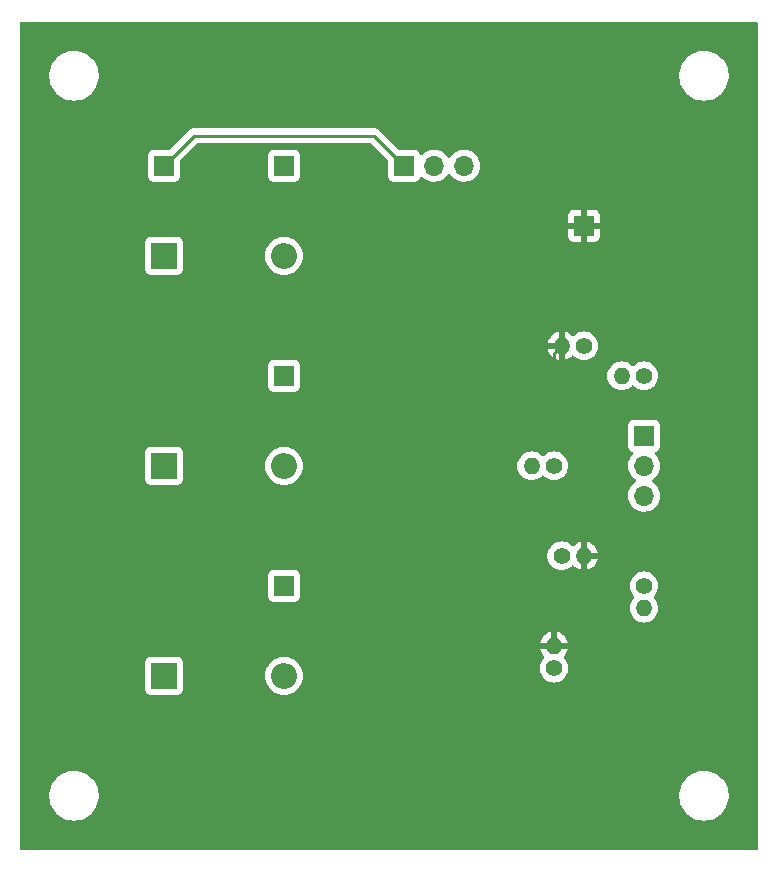
<source format=gbr>
%TF.GenerationSoftware,KiCad,Pcbnew,(6.0.1-0)*%
%TF.CreationDate,2022-02-23T15:31:50-05:00*%
%TF.ProjectId,PCB - Controls,50434220-2d20-4436-9f6e-74726f6c732e,rev?*%
%TF.SameCoordinates,Original*%
%TF.FileFunction,Copper,L2,Bot*%
%TF.FilePolarity,Positive*%
%FSLAX46Y46*%
G04 Gerber Fmt 4.6, Leading zero omitted, Abs format (unit mm)*
G04 Created by KiCad (PCBNEW (6.0.1-0)) date 2022-02-23 15:31:50*
%MOMM*%
%LPD*%
G01*
G04 APERTURE LIST*
%TA.AperFunction,ComponentPad*%
%ADD10C,1.400000*%
%TD*%
%TA.AperFunction,ComponentPad*%
%ADD11O,1.400000X1.400000*%
%TD*%
%TA.AperFunction,ComponentPad*%
%ADD12R,1.700000X1.700000*%
%TD*%
%TA.AperFunction,ComponentPad*%
%ADD13O,1.700000X1.700000*%
%TD*%
%TA.AperFunction,ComponentPad*%
%ADD14R,2.200000X2.200000*%
%TD*%
%TA.AperFunction,ComponentPad*%
%ADD15O,2.200000X2.200000*%
%TD*%
%TA.AperFunction,Conductor*%
%ADD16C,0.250000*%
%TD*%
G04 APERTURE END LIST*
D10*
%TO.P,R6,1*%
%TO.N,Net-(J1-Pad2)*%
X162560000Y-86360000D03*
D11*
%TO.P,R6,2*%
%TO.N,Net-(Q2-Pad1)*%
X160660000Y-86360000D03*
%TD*%
D10*
%TO.P,R5,1*%
%TO.N,Net-(J1-Pad1)*%
X170180000Y-78740000D03*
D11*
%TO.P,R5,2*%
%TO.N,Net-(Q1-Pad1)*%
X168280000Y-78740000D03*
%TD*%
D10*
%TO.P,R4,1*%
%TO.N,Net-(J1-Pad3)*%
X170180000Y-96520000D03*
D11*
%TO.P,R4,2*%
%TO.N,Net-(Q3-Pad1)*%
X170180000Y-98420000D03*
%TD*%
D12*
%TO.P,J6,1,Pin_1*%
%TO.N,Net-(D1-Pad1)*%
X149860000Y-60960000D03*
D13*
%TO.P,J6,2,Pin_2*%
X152400000Y-60960000D03*
%TO.P,J6,3,Pin_3*%
X154940000Y-60960000D03*
%TD*%
D14*
%TO.P,D2,1,K*%
%TO.N,Net-(D1-Pad1)*%
X129540000Y-86360000D03*
D15*
%TO.P,D2,2,A*%
%TO.N,Net-(D2-Pad2)*%
X139700000Y-86360000D03*
%TD*%
D10*
%TO.P,R1,1*%
%TO.N,Net-(Q1-Pad1)*%
X165100000Y-76200000D03*
D11*
%TO.P,R1,2*%
%TO.N,GND*%
X163200000Y-76200000D03*
%TD*%
D12*
%TO.P,J2,1,Pin_1*%
%TO.N,Net-(D1-Pad2)*%
X139700000Y-60960000D03*
%TD*%
D14*
%TO.P,D3,1,K*%
%TO.N,Net-(D1-Pad1)*%
X129540000Y-104140000D03*
D15*
%TO.P,D3,2,A*%
%TO.N,Net-(D3-Pad2)*%
X139700000Y-104140000D03*
%TD*%
D10*
%TO.P,R2,1*%
%TO.N,Net-(Q2-Pad1)*%
X163200000Y-93980000D03*
D11*
%TO.P,R2,2*%
%TO.N,GND*%
X165100000Y-93980000D03*
%TD*%
D14*
%TO.P,D1,1,K*%
%TO.N,Net-(D1-Pad1)*%
X129540000Y-68580000D03*
D15*
%TO.P,D1,2,A*%
%TO.N,Net-(D1-Pad2)*%
X139700000Y-68580000D03*
%TD*%
D10*
%TO.P,R3,1*%
%TO.N,Net-(Q3-Pad1)*%
X162560000Y-103500000D03*
D11*
%TO.P,R3,2*%
%TO.N,GND*%
X162560000Y-101600000D03*
%TD*%
D12*
%TO.P,J8,1,Pin_1*%
%TO.N,GND*%
X165100000Y-66040000D03*
%TD*%
%TO.P,J4,1,Pin_1*%
%TO.N,Net-(D3-Pad2)*%
X139700000Y-96520000D03*
%TD*%
%TO.P,J5,1,Pin_1*%
%TO.N,Net-(D1-Pad1)*%
X129540000Y-60960000D03*
%TD*%
%TO.P,J3,1,Pin_1*%
%TO.N,Net-(D2-Pad2)*%
X139700000Y-78740000D03*
%TD*%
%TO.P,J1,1,Pin_1*%
%TO.N,Net-(J1-Pad1)*%
X170180000Y-83820000D03*
D13*
%TO.P,J1,2,Pin_2*%
%TO.N,Net-(J1-Pad2)*%
X170180000Y-86360000D03*
%TO.P,J1,3,Pin_3*%
%TO.N,Net-(J1-Pad3)*%
X170180000Y-88900000D03*
%TD*%
D16*
%TO.N,Net-(D1-Pad1)*%
X129540000Y-60960000D02*
X132080000Y-58420000D01*
X132080000Y-58420000D02*
X147320000Y-58420000D01*
X147320000Y-58420000D02*
X149860000Y-60960000D01*
%TO.N,GND*%
X163200000Y-76200000D02*
X162560000Y-76840000D01*
X162560000Y-76840000D02*
X162560000Y-83820000D01*
X162560000Y-83820000D02*
X165100000Y-86360000D01*
X165100000Y-86360000D02*
X165100000Y-93980000D01*
X165100000Y-66040000D02*
X165100000Y-71120000D01*
X165100000Y-71120000D02*
X163200000Y-73020000D01*
X163200000Y-73020000D02*
X163200000Y-76200000D01*
%TD*%
%TA.AperFunction,Conductor*%
%TO.N,GND*%
G36*
X179774121Y-48788002D02*
G01*
X179820614Y-48841658D01*
X179832000Y-48894000D01*
X179832000Y-118746000D01*
X179811998Y-118814121D01*
X179758342Y-118860614D01*
X179706000Y-118872000D01*
X117474000Y-118872000D01*
X117405879Y-118851998D01*
X117359386Y-118798342D01*
X117348000Y-118746000D01*
X117348000Y-114432703D01*
X119810743Y-114432703D01*
X119848268Y-114717734D01*
X119924129Y-114995036D01*
X120036923Y-115259476D01*
X120184561Y-115506161D01*
X120364313Y-115730528D01*
X120572851Y-115928423D01*
X120806317Y-116096186D01*
X120810112Y-116098195D01*
X120810113Y-116098196D01*
X120831869Y-116109715D01*
X121060392Y-116230712D01*
X121330373Y-116329511D01*
X121611264Y-116390755D01*
X121639841Y-116393004D01*
X121834282Y-116408307D01*
X121834291Y-116408307D01*
X121836739Y-116408500D01*
X121992271Y-116408500D01*
X121994407Y-116408354D01*
X121994418Y-116408354D01*
X122202548Y-116394165D01*
X122202554Y-116394164D01*
X122206825Y-116393873D01*
X122211020Y-116393004D01*
X122211022Y-116393004D01*
X122347584Y-116364723D01*
X122488342Y-116335574D01*
X122759343Y-116239607D01*
X123014812Y-116107750D01*
X123018313Y-116105289D01*
X123018317Y-116105287D01*
X123132418Y-116025095D01*
X123250023Y-115942441D01*
X123460622Y-115746740D01*
X123642713Y-115524268D01*
X123792927Y-115279142D01*
X123908483Y-115015898D01*
X123987244Y-114739406D01*
X124027751Y-114454784D01*
X124027845Y-114436951D01*
X124027867Y-114432703D01*
X173150743Y-114432703D01*
X173188268Y-114717734D01*
X173264129Y-114995036D01*
X173376923Y-115259476D01*
X173524561Y-115506161D01*
X173704313Y-115730528D01*
X173912851Y-115928423D01*
X174146317Y-116096186D01*
X174150112Y-116098195D01*
X174150113Y-116098196D01*
X174171869Y-116109715D01*
X174400392Y-116230712D01*
X174670373Y-116329511D01*
X174951264Y-116390755D01*
X174979841Y-116393004D01*
X175174282Y-116408307D01*
X175174291Y-116408307D01*
X175176739Y-116408500D01*
X175332271Y-116408500D01*
X175334407Y-116408354D01*
X175334418Y-116408354D01*
X175542548Y-116394165D01*
X175542554Y-116394164D01*
X175546825Y-116393873D01*
X175551020Y-116393004D01*
X175551022Y-116393004D01*
X175687584Y-116364723D01*
X175828342Y-116335574D01*
X176099343Y-116239607D01*
X176354812Y-116107750D01*
X176358313Y-116105289D01*
X176358317Y-116105287D01*
X176472418Y-116025095D01*
X176590023Y-115942441D01*
X176800622Y-115746740D01*
X176982713Y-115524268D01*
X177132927Y-115279142D01*
X177248483Y-115015898D01*
X177327244Y-114739406D01*
X177367751Y-114454784D01*
X177367845Y-114436951D01*
X177369235Y-114171583D01*
X177369235Y-114171576D01*
X177369257Y-114167297D01*
X177331732Y-113882266D01*
X177255871Y-113604964D01*
X177143077Y-113340524D01*
X176995439Y-113093839D01*
X176815687Y-112869472D01*
X176607149Y-112671577D01*
X176373683Y-112503814D01*
X176351843Y-112492250D01*
X176328654Y-112479972D01*
X176119608Y-112369288D01*
X175849627Y-112270489D01*
X175568736Y-112209245D01*
X175537685Y-112206801D01*
X175345718Y-112191693D01*
X175345709Y-112191693D01*
X175343261Y-112191500D01*
X175187729Y-112191500D01*
X175185593Y-112191646D01*
X175185582Y-112191646D01*
X174977452Y-112205835D01*
X174977446Y-112205836D01*
X174973175Y-112206127D01*
X174968980Y-112206996D01*
X174968978Y-112206996D01*
X174832417Y-112235276D01*
X174691658Y-112264426D01*
X174420657Y-112360393D01*
X174165188Y-112492250D01*
X174161687Y-112494711D01*
X174161683Y-112494713D01*
X174151594Y-112501804D01*
X173929977Y-112657559D01*
X173719378Y-112853260D01*
X173537287Y-113075732D01*
X173387073Y-113320858D01*
X173271517Y-113584102D01*
X173192756Y-113860594D01*
X173152249Y-114145216D01*
X173152227Y-114149505D01*
X173152226Y-114149512D01*
X173150765Y-114428417D01*
X173150743Y-114432703D01*
X124027867Y-114432703D01*
X124029235Y-114171583D01*
X124029235Y-114171576D01*
X124029257Y-114167297D01*
X123991732Y-113882266D01*
X123915871Y-113604964D01*
X123803077Y-113340524D01*
X123655439Y-113093839D01*
X123475687Y-112869472D01*
X123267149Y-112671577D01*
X123033683Y-112503814D01*
X123011843Y-112492250D01*
X122988654Y-112479972D01*
X122779608Y-112369288D01*
X122509627Y-112270489D01*
X122228736Y-112209245D01*
X122197685Y-112206801D01*
X122005718Y-112191693D01*
X122005709Y-112191693D01*
X122003261Y-112191500D01*
X121847729Y-112191500D01*
X121845593Y-112191646D01*
X121845582Y-112191646D01*
X121637452Y-112205835D01*
X121637446Y-112205836D01*
X121633175Y-112206127D01*
X121628980Y-112206996D01*
X121628978Y-112206996D01*
X121492417Y-112235276D01*
X121351658Y-112264426D01*
X121080657Y-112360393D01*
X120825188Y-112492250D01*
X120821687Y-112494711D01*
X120821683Y-112494713D01*
X120811594Y-112501804D01*
X120589977Y-112657559D01*
X120379378Y-112853260D01*
X120197287Y-113075732D01*
X120047073Y-113320858D01*
X119931517Y-113584102D01*
X119852756Y-113860594D01*
X119812249Y-114145216D01*
X119812227Y-114149505D01*
X119812226Y-114149512D01*
X119810765Y-114428417D01*
X119810743Y-114432703D01*
X117348000Y-114432703D01*
X117348000Y-105288134D01*
X127931500Y-105288134D01*
X127938255Y-105350316D01*
X127989385Y-105486705D01*
X128076739Y-105603261D01*
X128193295Y-105690615D01*
X128329684Y-105741745D01*
X128391866Y-105748500D01*
X130688134Y-105748500D01*
X130750316Y-105741745D01*
X130886705Y-105690615D01*
X131003261Y-105603261D01*
X131090615Y-105486705D01*
X131141745Y-105350316D01*
X131148500Y-105288134D01*
X131148500Y-104140000D01*
X138086526Y-104140000D01*
X138106391Y-104392403D01*
X138107545Y-104397210D01*
X138107546Y-104397216D01*
X138143610Y-104547434D01*
X138165495Y-104638591D01*
X138167388Y-104643162D01*
X138167389Y-104643164D01*
X138188929Y-104695165D01*
X138262384Y-104872502D01*
X138394672Y-105088376D01*
X138559102Y-105280898D01*
X138751624Y-105445328D01*
X138967498Y-105577616D01*
X138972068Y-105579509D01*
X138972072Y-105579511D01*
X139042401Y-105608642D01*
X139201409Y-105674505D01*
X139268513Y-105690615D01*
X139442784Y-105732454D01*
X139442790Y-105732455D01*
X139447597Y-105733609D01*
X139700000Y-105753474D01*
X139952403Y-105733609D01*
X139957210Y-105732455D01*
X139957216Y-105732454D01*
X140131487Y-105690615D01*
X140198591Y-105674505D01*
X140357599Y-105608642D01*
X140427928Y-105579511D01*
X140427932Y-105579509D01*
X140432502Y-105577616D01*
X140648376Y-105445328D01*
X140840898Y-105280898D01*
X141005328Y-105088376D01*
X141137616Y-104872502D01*
X141211072Y-104695165D01*
X141232611Y-104643164D01*
X141232612Y-104643162D01*
X141234505Y-104638591D01*
X141256390Y-104547434D01*
X141292454Y-104397216D01*
X141292455Y-104397210D01*
X141293609Y-104392403D01*
X141313474Y-104140000D01*
X141293609Y-103887597D01*
X141234505Y-103641409D01*
X141232611Y-103636836D01*
X141175932Y-103500000D01*
X161346884Y-103500000D01*
X161365314Y-103710655D01*
X161366738Y-103715968D01*
X161366738Y-103715970D01*
X161414048Y-103892531D01*
X161420044Y-103914910D01*
X161509411Y-104106558D01*
X161630699Y-104279776D01*
X161780224Y-104429301D01*
X161953442Y-104550589D01*
X161958420Y-104552910D01*
X161958423Y-104552912D01*
X162131843Y-104633779D01*
X162145090Y-104639956D01*
X162150398Y-104641378D01*
X162150400Y-104641379D01*
X162344030Y-104693262D01*
X162344032Y-104693262D01*
X162349345Y-104694686D01*
X162560000Y-104713116D01*
X162770655Y-104694686D01*
X162775968Y-104693262D01*
X162775970Y-104693262D01*
X162969600Y-104641379D01*
X162969602Y-104641378D01*
X162974910Y-104639956D01*
X162988157Y-104633779D01*
X163161577Y-104552912D01*
X163161580Y-104552910D01*
X163166558Y-104550589D01*
X163339776Y-104429301D01*
X163489301Y-104279776D01*
X163610589Y-104106558D01*
X163699956Y-103914910D01*
X163705953Y-103892531D01*
X163753262Y-103715970D01*
X163753262Y-103715968D01*
X163754686Y-103710655D01*
X163773116Y-103500000D01*
X163754686Y-103289345D01*
X163728502Y-103191624D01*
X163701379Y-103090400D01*
X163701378Y-103090398D01*
X163699956Y-103085090D01*
X163658363Y-102995894D01*
X163612912Y-102898423D01*
X163612910Y-102898420D01*
X163610589Y-102893442D01*
X163489301Y-102720224D01*
X163407818Y-102638741D01*
X163373792Y-102576429D01*
X163378857Y-102505614D01*
X163407818Y-102460551D01*
X163485019Y-102383350D01*
X163492075Y-102374942D01*
X163607002Y-102210811D01*
X163612479Y-102201323D01*
X163697158Y-102019727D01*
X163700908Y-102009423D01*
X163737866Y-101871497D01*
X163737530Y-101857401D01*
X163729588Y-101854000D01*
X161395561Y-101854000D01*
X161382030Y-101857973D01*
X161380801Y-101866522D01*
X161419092Y-102009423D01*
X161422842Y-102019727D01*
X161507521Y-102201323D01*
X161512998Y-102210811D01*
X161627925Y-102374942D01*
X161634981Y-102383350D01*
X161712182Y-102460551D01*
X161746208Y-102522863D01*
X161741143Y-102593678D01*
X161712182Y-102638741D01*
X161630699Y-102720224D01*
X161509411Y-102893442D01*
X161507090Y-102898420D01*
X161507088Y-102898423D01*
X161461637Y-102995894D01*
X161420044Y-103085090D01*
X161418622Y-103090398D01*
X161418621Y-103090400D01*
X161391498Y-103191624D01*
X161365314Y-103289345D01*
X161346884Y-103500000D01*
X141175932Y-103500000D01*
X141139511Y-103412072D01*
X141139509Y-103412068D01*
X141137616Y-103407498D01*
X141005328Y-103191624D01*
X140840898Y-102999102D01*
X140648376Y-102834672D01*
X140432502Y-102702384D01*
X140427932Y-102700491D01*
X140427928Y-102700489D01*
X140203164Y-102607389D01*
X140203162Y-102607388D01*
X140198591Y-102605495D01*
X140113968Y-102585179D01*
X139957216Y-102547546D01*
X139957210Y-102547545D01*
X139952403Y-102546391D01*
X139700000Y-102526526D01*
X139447597Y-102546391D01*
X139442790Y-102547545D01*
X139442784Y-102547546D01*
X139286032Y-102585179D01*
X139201409Y-102605495D01*
X139196838Y-102607388D01*
X139196836Y-102607389D01*
X138972072Y-102700489D01*
X138972068Y-102700491D01*
X138967498Y-102702384D01*
X138751624Y-102834672D01*
X138559102Y-102999102D01*
X138394672Y-103191624D01*
X138262384Y-103407498D01*
X138260491Y-103412068D01*
X138260489Y-103412072D01*
X138167389Y-103636836D01*
X138165495Y-103641409D01*
X138106391Y-103887597D01*
X138086526Y-104140000D01*
X131148500Y-104140000D01*
X131148500Y-102991866D01*
X131141745Y-102929684D01*
X131090615Y-102793295D01*
X131003261Y-102676739D01*
X130886705Y-102589385D01*
X130750316Y-102538255D01*
X130688134Y-102531500D01*
X128391866Y-102531500D01*
X128329684Y-102538255D01*
X128193295Y-102589385D01*
X128076739Y-102676739D01*
X127989385Y-102793295D01*
X127938255Y-102929684D01*
X127931500Y-102991866D01*
X127931500Y-105288134D01*
X117348000Y-105288134D01*
X117348000Y-101328503D01*
X161382134Y-101328503D01*
X161382470Y-101342599D01*
X161390412Y-101346000D01*
X162287885Y-101346000D01*
X162303124Y-101341525D01*
X162304329Y-101340135D01*
X162306000Y-101332452D01*
X162306000Y-101327885D01*
X162814000Y-101327885D01*
X162818475Y-101343124D01*
X162819865Y-101344329D01*
X162827548Y-101346000D01*
X163724439Y-101346000D01*
X163737970Y-101342027D01*
X163739199Y-101333478D01*
X163700908Y-101190577D01*
X163697158Y-101180273D01*
X163612479Y-100998677D01*
X163607002Y-100989189D01*
X163492075Y-100825058D01*
X163485019Y-100816650D01*
X163343350Y-100674981D01*
X163334942Y-100667925D01*
X163170811Y-100552998D01*
X163161323Y-100547521D01*
X162979727Y-100462842D01*
X162969423Y-100459092D01*
X162831497Y-100422134D01*
X162817401Y-100422470D01*
X162814000Y-100430412D01*
X162814000Y-101327885D01*
X162306000Y-101327885D01*
X162306000Y-100435561D01*
X162302027Y-100422030D01*
X162293478Y-100420801D01*
X162150577Y-100459092D01*
X162140273Y-100462842D01*
X161958677Y-100547521D01*
X161949189Y-100552998D01*
X161785058Y-100667925D01*
X161776650Y-100674981D01*
X161634981Y-100816650D01*
X161627925Y-100825058D01*
X161512998Y-100989189D01*
X161507521Y-100998677D01*
X161422842Y-101180273D01*
X161419092Y-101190577D01*
X161382134Y-101328503D01*
X117348000Y-101328503D01*
X117348000Y-98420000D01*
X168966884Y-98420000D01*
X168985314Y-98630655D01*
X169040044Y-98834910D01*
X169129411Y-99026558D01*
X169250699Y-99199776D01*
X169400224Y-99349301D01*
X169573442Y-99470589D01*
X169578420Y-99472910D01*
X169578423Y-99472912D01*
X169760108Y-99557633D01*
X169765090Y-99559956D01*
X169770398Y-99561378D01*
X169770400Y-99561379D01*
X169964030Y-99613262D01*
X169964032Y-99613262D01*
X169969345Y-99614686D01*
X170180000Y-99633116D01*
X170390655Y-99614686D01*
X170395968Y-99613262D01*
X170395970Y-99613262D01*
X170589600Y-99561379D01*
X170589602Y-99561378D01*
X170594910Y-99559956D01*
X170599892Y-99557633D01*
X170781577Y-99472912D01*
X170781580Y-99472910D01*
X170786558Y-99470589D01*
X170959776Y-99349301D01*
X171109301Y-99199776D01*
X171230589Y-99026558D01*
X171319956Y-98834910D01*
X171374686Y-98630655D01*
X171393116Y-98420000D01*
X171374686Y-98209345D01*
X171319956Y-98005090D01*
X171230589Y-97813442D01*
X171109301Y-97640224D01*
X171028172Y-97559095D01*
X170994146Y-97496783D01*
X170999211Y-97425968D01*
X171028172Y-97380905D01*
X171109301Y-97299776D01*
X171230589Y-97126558D01*
X171319956Y-96934910D01*
X171374686Y-96730655D01*
X171393116Y-96520000D01*
X171374686Y-96309345D01*
X171319956Y-96105090D01*
X171230589Y-95913442D01*
X171109301Y-95740224D01*
X170959776Y-95590699D01*
X170786558Y-95469411D01*
X170781580Y-95467090D01*
X170781577Y-95467088D01*
X170599892Y-95382367D01*
X170599891Y-95382366D01*
X170594910Y-95380044D01*
X170589602Y-95378622D01*
X170589600Y-95378621D01*
X170395970Y-95326738D01*
X170395968Y-95326738D01*
X170390655Y-95325314D01*
X170180000Y-95306884D01*
X169969345Y-95325314D01*
X169964032Y-95326738D01*
X169964030Y-95326738D01*
X169770400Y-95378621D01*
X169770398Y-95378622D01*
X169765090Y-95380044D01*
X169760109Y-95382366D01*
X169760108Y-95382367D01*
X169578423Y-95467088D01*
X169578420Y-95467090D01*
X169573442Y-95469411D01*
X169400224Y-95590699D01*
X169250699Y-95740224D01*
X169129411Y-95913442D01*
X169040044Y-96105090D01*
X168985314Y-96309345D01*
X168966884Y-96520000D01*
X168985314Y-96730655D01*
X169040044Y-96934910D01*
X169129411Y-97126558D01*
X169250699Y-97299776D01*
X169331828Y-97380905D01*
X169365854Y-97443217D01*
X169360789Y-97514032D01*
X169331828Y-97559095D01*
X169250699Y-97640224D01*
X169129411Y-97813442D01*
X169040044Y-98005090D01*
X168985314Y-98209345D01*
X168966884Y-98420000D01*
X117348000Y-98420000D01*
X117348000Y-97418134D01*
X138341500Y-97418134D01*
X138348255Y-97480316D01*
X138399385Y-97616705D01*
X138486739Y-97733261D01*
X138603295Y-97820615D01*
X138739684Y-97871745D01*
X138801866Y-97878500D01*
X140598134Y-97878500D01*
X140660316Y-97871745D01*
X140796705Y-97820615D01*
X140913261Y-97733261D01*
X141000615Y-97616705D01*
X141051745Y-97480316D01*
X141058500Y-97418134D01*
X141058500Y-95621866D01*
X141051745Y-95559684D01*
X141000615Y-95423295D01*
X140913261Y-95306739D01*
X140796705Y-95219385D01*
X140660316Y-95168255D01*
X140598134Y-95161500D01*
X138801866Y-95161500D01*
X138739684Y-95168255D01*
X138603295Y-95219385D01*
X138486739Y-95306739D01*
X138399385Y-95423295D01*
X138348255Y-95559684D01*
X138341500Y-95621866D01*
X138341500Y-97418134D01*
X117348000Y-97418134D01*
X117348000Y-93980000D01*
X161986884Y-93980000D01*
X162005314Y-94190655D01*
X162006738Y-94195968D01*
X162006738Y-94195970D01*
X162021617Y-94251497D01*
X162060044Y-94394910D01*
X162149411Y-94586558D01*
X162270699Y-94759776D01*
X162420224Y-94909301D01*
X162593442Y-95030589D01*
X162598420Y-95032910D01*
X162598423Y-95032912D01*
X162780108Y-95117633D01*
X162785090Y-95119956D01*
X162790398Y-95121378D01*
X162790400Y-95121379D01*
X162984030Y-95173262D01*
X162984032Y-95173262D01*
X162989345Y-95174686D01*
X163200000Y-95193116D01*
X163410655Y-95174686D01*
X163415968Y-95173262D01*
X163415970Y-95173262D01*
X163609600Y-95121379D01*
X163609602Y-95121378D01*
X163614910Y-95119956D01*
X163619892Y-95117633D01*
X163801577Y-95032912D01*
X163801580Y-95032910D01*
X163806558Y-95030589D01*
X163979776Y-94909301D01*
X164061259Y-94827818D01*
X164123571Y-94793792D01*
X164194386Y-94798857D01*
X164239449Y-94827818D01*
X164316650Y-94905019D01*
X164325058Y-94912075D01*
X164489189Y-95027002D01*
X164498677Y-95032479D01*
X164680273Y-95117158D01*
X164690577Y-95120908D01*
X164828503Y-95157866D01*
X164842599Y-95157530D01*
X164846000Y-95149588D01*
X164846000Y-95144439D01*
X165354000Y-95144439D01*
X165357973Y-95157970D01*
X165366522Y-95159199D01*
X165509423Y-95120908D01*
X165519727Y-95117158D01*
X165701323Y-95032479D01*
X165710811Y-95027002D01*
X165874942Y-94912075D01*
X165883350Y-94905019D01*
X166025019Y-94763350D01*
X166032075Y-94754942D01*
X166147002Y-94590811D01*
X166152479Y-94581323D01*
X166237158Y-94399727D01*
X166240908Y-94389423D01*
X166277866Y-94251497D01*
X166277530Y-94237401D01*
X166269588Y-94234000D01*
X165372115Y-94234000D01*
X165356876Y-94238475D01*
X165355671Y-94239865D01*
X165354000Y-94247548D01*
X165354000Y-95144439D01*
X164846000Y-95144439D01*
X164846000Y-93707885D01*
X165354000Y-93707885D01*
X165358475Y-93723124D01*
X165359865Y-93724329D01*
X165367548Y-93726000D01*
X166264439Y-93726000D01*
X166277970Y-93722027D01*
X166279199Y-93713478D01*
X166240908Y-93570577D01*
X166237158Y-93560273D01*
X166152479Y-93378677D01*
X166147002Y-93369189D01*
X166032075Y-93205058D01*
X166025019Y-93196650D01*
X165883350Y-93054981D01*
X165874942Y-93047925D01*
X165710811Y-92932998D01*
X165701323Y-92927521D01*
X165519727Y-92842842D01*
X165509423Y-92839092D01*
X165371497Y-92802134D01*
X165357401Y-92802470D01*
X165354000Y-92810412D01*
X165354000Y-93707885D01*
X164846000Y-93707885D01*
X164846000Y-92815561D01*
X164842027Y-92802030D01*
X164833478Y-92800801D01*
X164690577Y-92839092D01*
X164680273Y-92842842D01*
X164498677Y-92927521D01*
X164489189Y-92932998D01*
X164325058Y-93047925D01*
X164316650Y-93054981D01*
X164239449Y-93132182D01*
X164177137Y-93166208D01*
X164106322Y-93161143D01*
X164061259Y-93132182D01*
X163979776Y-93050699D01*
X163806558Y-92929411D01*
X163801580Y-92927090D01*
X163801577Y-92927088D01*
X163619892Y-92842367D01*
X163619891Y-92842366D01*
X163614910Y-92840044D01*
X163609602Y-92838622D01*
X163609600Y-92838621D01*
X163415970Y-92786738D01*
X163415968Y-92786738D01*
X163410655Y-92785314D01*
X163200000Y-92766884D01*
X162989345Y-92785314D01*
X162984032Y-92786738D01*
X162984030Y-92786738D01*
X162790400Y-92838621D01*
X162790398Y-92838622D01*
X162785090Y-92840044D01*
X162780109Y-92842366D01*
X162780108Y-92842367D01*
X162598423Y-92927088D01*
X162598420Y-92927090D01*
X162593442Y-92929411D01*
X162420224Y-93050699D01*
X162270699Y-93200224D01*
X162149411Y-93373442D01*
X162060044Y-93565090D01*
X162058622Y-93570398D01*
X162058621Y-93570400D01*
X162017993Y-93722027D01*
X162005314Y-93769345D01*
X161986884Y-93980000D01*
X117348000Y-93980000D01*
X117348000Y-88866695D01*
X168817251Y-88866695D01*
X168817548Y-88871848D01*
X168817548Y-88871851D01*
X168823011Y-88966590D01*
X168830110Y-89089715D01*
X168831247Y-89094761D01*
X168831248Y-89094767D01*
X168851119Y-89182939D01*
X168879222Y-89307639D01*
X168963266Y-89514616D01*
X169079987Y-89705088D01*
X169226250Y-89873938D01*
X169398126Y-90016632D01*
X169591000Y-90129338D01*
X169799692Y-90209030D01*
X169804760Y-90210061D01*
X169804763Y-90210062D01*
X169912017Y-90231883D01*
X170018597Y-90253567D01*
X170023772Y-90253757D01*
X170023774Y-90253757D01*
X170236673Y-90261564D01*
X170236677Y-90261564D01*
X170241837Y-90261753D01*
X170246957Y-90261097D01*
X170246959Y-90261097D01*
X170458288Y-90234025D01*
X170458289Y-90234025D01*
X170463416Y-90233368D01*
X170468366Y-90231883D01*
X170672429Y-90170661D01*
X170672434Y-90170659D01*
X170677384Y-90169174D01*
X170877994Y-90070896D01*
X171059860Y-89941173D01*
X171218096Y-89783489D01*
X171277594Y-89700689D01*
X171345435Y-89606277D01*
X171348453Y-89602077D01*
X171447430Y-89401811D01*
X171512370Y-89188069D01*
X171541529Y-88966590D01*
X171543156Y-88900000D01*
X171524852Y-88677361D01*
X171470431Y-88460702D01*
X171381354Y-88255840D01*
X171260014Y-88068277D01*
X171109670Y-87903051D01*
X171105619Y-87899852D01*
X171105615Y-87899848D01*
X170938414Y-87767800D01*
X170938410Y-87767798D01*
X170934359Y-87764598D01*
X170893053Y-87741796D01*
X170843084Y-87691364D01*
X170828312Y-87621921D01*
X170853428Y-87555516D01*
X170880780Y-87528909D01*
X170925316Y-87497142D01*
X171059860Y-87401173D01*
X171218096Y-87243489D01*
X171277594Y-87160689D01*
X171345435Y-87066277D01*
X171348453Y-87062077D01*
X171447430Y-86861811D01*
X171512370Y-86648069D01*
X171541529Y-86426590D01*
X171543156Y-86360000D01*
X171524852Y-86137361D01*
X171470431Y-85920702D01*
X171381354Y-85715840D01*
X171271385Y-85545854D01*
X171262822Y-85532617D01*
X171262820Y-85532614D01*
X171260014Y-85528277D01*
X171245047Y-85511828D01*
X171112798Y-85366488D01*
X171081746Y-85302642D01*
X171090141Y-85232143D01*
X171135317Y-85177375D01*
X171161761Y-85163706D01*
X171268297Y-85123767D01*
X171276705Y-85120615D01*
X171393261Y-85033261D01*
X171480615Y-84916705D01*
X171531745Y-84780316D01*
X171538500Y-84718134D01*
X171538500Y-82921866D01*
X171531745Y-82859684D01*
X171480615Y-82723295D01*
X171393261Y-82606739D01*
X171276705Y-82519385D01*
X171140316Y-82468255D01*
X171078134Y-82461500D01*
X169281866Y-82461500D01*
X169219684Y-82468255D01*
X169083295Y-82519385D01*
X168966739Y-82606739D01*
X168879385Y-82723295D01*
X168828255Y-82859684D01*
X168821500Y-82921866D01*
X168821500Y-84718134D01*
X168828255Y-84780316D01*
X168879385Y-84916705D01*
X168966739Y-85033261D01*
X169083295Y-85120615D01*
X169091704Y-85123767D01*
X169091705Y-85123768D01*
X169200451Y-85164535D01*
X169257216Y-85207176D01*
X169281916Y-85273738D01*
X169266709Y-85343087D01*
X169247316Y-85369568D01*
X169120629Y-85502138D01*
X168994743Y-85686680D01*
X168963753Y-85753442D01*
X168915760Y-85856836D01*
X168900688Y-85889305D01*
X168840989Y-86104570D01*
X168817251Y-86326695D01*
X168817548Y-86331848D01*
X168817548Y-86331851D01*
X168823011Y-86426590D01*
X168830110Y-86549715D01*
X168831247Y-86554761D01*
X168831248Y-86554767D01*
X168845322Y-86617216D01*
X168879222Y-86767639D01*
X168963266Y-86974616D01*
X168965965Y-86979020D01*
X169066863Y-87143671D01*
X169079987Y-87165088D01*
X169226250Y-87333938D01*
X169398126Y-87476632D01*
X169457849Y-87511531D01*
X169471445Y-87519476D01*
X169520169Y-87571114D01*
X169533240Y-87640897D01*
X169506509Y-87706669D01*
X169466055Y-87740027D01*
X169453607Y-87746507D01*
X169449474Y-87749610D01*
X169449471Y-87749612D01*
X169351380Y-87823261D01*
X169274965Y-87880635D01*
X169120629Y-88042138D01*
X168994743Y-88226680D01*
X168900688Y-88429305D01*
X168840989Y-88644570D01*
X168817251Y-88866695D01*
X117348000Y-88866695D01*
X117348000Y-87508134D01*
X127931500Y-87508134D01*
X127938255Y-87570316D01*
X127989385Y-87706705D01*
X128076739Y-87823261D01*
X128193295Y-87910615D01*
X128329684Y-87961745D01*
X128391866Y-87968500D01*
X130688134Y-87968500D01*
X130750316Y-87961745D01*
X130886705Y-87910615D01*
X131003261Y-87823261D01*
X131090615Y-87706705D01*
X131141745Y-87570316D01*
X131148500Y-87508134D01*
X131148500Y-86360000D01*
X138086526Y-86360000D01*
X138106391Y-86612403D01*
X138107545Y-86617210D01*
X138107546Y-86617216D01*
X138116143Y-86653023D01*
X138165495Y-86858591D01*
X138167388Y-86863162D01*
X138167389Y-86863164D01*
X138249782Y-87062077D01*
X138262384Y-87092502D01*
X138394672Y-87308376D01*
X138559102Y-87500898D01*
X138751624Y-87665328D01*
X138967498Y-87797616D01*
X138972068Y-87799509D01*
X138972072Y-87799511D01*
X139176948Y-87884373D01*
X139201409Y-87894505D01*
X139268513Y-87910615D01*
X139442784Y-87952454D01*
X139442790Y-87952455D01*
X139447597Y-87953609D01*
X139700000Y-87973474D01*
X139952403Y-87953609D01*
X139957210Y-87952455D01*
X139957216Y-87952454D01*
X140131487Y-87910615D01*
X140198591Y-87894505D01*
X140223052Y-87884373D01*
X140427928Y-87799511D01*
X140427932Y-87799509D01*
X140432502Y-87797616D01*
X140648376Y-87665328D01*
X140840898Y-87500898D01*
X141005328Y-87308376D01*
X141137616Y-87092502D01*
X141150219Y-87062077D01*
X141232611Y-86863164D01*
X141232612Y-86863162D01*
X141234505Y-86858591D01*
X141283857Y-86653023D01*
X141292454Y-86617216D01*
X141292455Y-86617210D01*
X141293609Y-86612403D01*
X141313474Y-86360000D01*
X159446884Y-86360000D01*
X159465314Y-86570655D01*
X159520044Y-86774910D01*
X159522366Y-86779891D01*
X159522367Y-86779892D01*
X159561198Y-86863164D01*
X159609411Y-86966558D01*
X159730699Y-87139776D01*
X159880224Y-87289301D01*
X160053442Y-87410589D01*
X160058420Y-87412910D01*
X160058423Y-87412912D01*
X160239055Y-87497142D01*
X160245090Y-87499956D01*
X160250398Y-87501378D01*
X160250400Y-87501379D01*
X160444030Y-87553262D01*
X160444032Y-87553262D01*
X160449345Y-87554686D01*
X160660000Y-87573116D01*
X160870655Y-87554686D01*
X160875968Y-87553262D01*
X160875970Y-87553262D01*
X161069600Y-87501379D01*
X161069602Y-87501378D01*
X161074910Y-87499956D01*
X161080945Y-87497142D01*
X161261577Y-87412912D01*
X161261580Y-87412910D01*
X161266558Y-87410589D01*
X161439776Y-87289301D01*
X161520905Y-87208172D01*
X161583217Y-87174146D01*
X161654032Y-87179211D01*
X161699095Y-87208172D01*
X161780224Y-87289301D01*
X161953442Y-87410589D01*
X161958420Y-87412910D01*
X161958423Y-87412912D01*
X162139055Y-87497142D01*
X162145090Y-87499956D01*
X162150398Y-87501378D01*
X162150400Y-87501379D01*
X162344030Y-87553262D01*
X162344032Y-87553262D01*
X162349345Y-87554686D01*
X162560000Y-87573116D01*
X162770655Y-87554686D01*
X162775968Y-87553262D01*
X162775970Y-87553262D01*
X162969600Y-87501379D01*
X162969602Y-87501378D01*
X162974910Y-87499956D01*
X162980945Y-87497142D01*
X163161577Y-87412912D01*
X163161580Y-87412910D01*
X163166558Y-87410589D01*
X163339776Y-87289301D01*
X163489301Y-87139776D01*
X163610589Y-86966558D01*
X163658803Y-86863164D01*
X163697633Y-86779892D01*
X163697634Y-86779891D01*
X163699956Y-86774910D01*
X163754686Y-86570655D01*
X163773116Y-86360000D01*
X163754686Y-86149345D01*
X163699956Y-85945090D01*
X163660935Y-85861409D01*
X163612912Y-85758423D01*
X163612910Y-85758420D01*
X163610589Y-85753442D01*
X163489301Y-85580224D01*
X163339776Y-85430699D01*
X163166558Y-85309411D01*
X163161580Y-85307090D01*
X163161577Y-85307088D01*
X162979892Y-85222367D01*
X162979891Y-85222366D01*
X162974910Y-85220044D01*
X162969602Y-85218622D01*
X162969600Y-85218621D01*
X162775970Y-85166738D01*
X162775968Y-85166738D01*
X162770655Y-85165314D01*
X162560000Y-85146884D01*
X162349345Y-85165314D01*
X162344032Y-85166738D01*
X162344030Y-85166738D01*
X162150400Y-85218621D01*
X162150398Y-85218622D01*
X162145090Y-85220044D01*
X162140109Y-85222366D01*
X162140108Y-85222367D01*
X161958423Y-85307088D01*
X161958420Y-85307090D01*
X161953442Y-85309411D01*
X161780224Y-85430699D01*
X161699095Y-85511828D01*
X161636783Y-85545854D01*
X161565968Y-85540789D01*
X161520905Y-85511828D01*
X161439776Y-85430699D01*
X161266558Y-85309411D01*
X161261580Y-85307090D01*
X161261577Y-85307088D01*
X161079892Y-85222367D01*
X161079891Y-85222366D01*
X161074910Y-85220044D01*
X161069602Y-85218622D01*
X161069600Y-85218621D01*
X160875970Y-85166738D01*
X160875968Y-85166738D01*
X160870655Y-85165314D01*
X160660000Y-85146884D01*
X160449345Y-85165314D01*
X160444032Y-85166738D01*
X160444030Y-85166738D01*
X160250400Y-85218621D01*
X160250398Y-85218622D01*
X160245090Y-85220044D01*
X160240109Y-85222366D01*
X160240108Y-85222367D01*
X160058423Y-85307088D01*
X160058420Y-85307090D01*
X160053442Y-85309411D01*
X159880224Y-85430699D01*
X159730699Y-85580224D01*
X159609411Y-85753442D01*
X159607090Y-85758420D01*
X159607088Y-85758423D01*
X159559065Y-85861409D01*
X159520044Y-85945090D01*
X159465314Y-86149345D01*
X159446884Y-86360000D01*
X141313474Y-86360000D01*
X141293609Y-86107597D01*
X141291687Y-86099588D01*
X141247600Y-85915954D01*
X141234505Y-85861409D01*
X141176176Y-85720590D01*
X141139511Y-85632072D01*
X141139509Y-85632068D01*
X141137616Y-85627498D01*
X141005328Y-85411624D01*
X140840898Y-85219102D01*
X140648376Y-85054672D01*
X140432502Y-84922384D01*
X140427932Y-84920491D01*
X140427928Y-84920489D01*
X140203164Y-84827389D01*
X140203162Y-84827388D01*
X140198591Y-84825495D01*
X140113968Y-84805179D01*
X139957216Y-84767546D01*
X139957210Y-84767545D01*
X139952403Y-84766391D01*
X139700000Y-84746526D01*
X139447597Y-84766391D01*
X139442790Y-84767545D01*
X139442784Y-84767546D01*
X139286032Y-84805179D01*
X139201409Y-84825495D01*
X139196838Y-84827388D01*
X139196836Y-84827389D01*
X138972072Y-84920489D01*
X138972068Y-84920491D01*
X138967498Y-84922384D01*
X138751624Y-85054672D01*
X138559102Y-85219102D01*
X138394672Y-85411624D01*
X138262384Y-85627498D01*
X138260491Y-85632068D01*
X138260489Y-85632072D01*
X138223824Y-85720590D01*
X138165495Y-85861409D01*
X138152400Y-85915954D01*
X138108314Y-86099588D01*
X138106391Y-86107597D01*
X138086526Y-86360000D01*
X131148500Y-86360000D01*
X131148500Y-85211866D01*
X131141745Y-85149684D01*
X131090615Y-85013295D01*
X131003261Y-84896739D01*
X130886705Y-84809385D01*
X130750316Y-84758255D01*
X130688134Y-84751500D01*
X128391866Y-84751500D01*
X128329684Y-84758255D01*
X128193295Y-84809385D01*
X128076739Y-84896739D01*
X127989385Y-85013295D01*
X127938255Y-85149684D01*
X127931500Y-85211866D01*
X127931500Y-87508134D01*
X117348000Y-87508134D01*
X117348000Y-79638134D01*
X138341500Y-79638134D01*
X138348255Y-79700316D01*
X138399385Y-79836705D01*
X138486739Y-79953261D01*
X138603295Y-80040615D01*
X138739684Y-80091745D01*
X138801866Y-80098500D01*
X140598134Y-80098500D01*
X140660316Y-80091745D01*
X140796705Y-80040615D01*
X140913261Y-79953261D01*
X141000615Y-79836705D01*
X141051745Y-79700316D01*
X141058500Y-79638134D01*
X141058500Y-78740000D01*
X167066884Y-78740000D01*
X167085314Y-78950655D01*
X167140044Y-79154910D01*
X167229411Y-79346558D01*
X167350699Y-79519776D01*
X167500224Y-79669301D01*
X167673442Y-79790589D01*
X167678420Y-79792910D01*
X167678423Y-79792912D01*
X167772338Y-79836705D01*
X167865090Y-79879956D01*
X167870398Y-79881378D01*
X167870400Y-79881379D01*
X168064030Y-79933262D01*
X168064032Y-79933262D01*
X168069345Y-79934686D01*
X168280000Y-79953116D01*
X168490655Y-79934686D01*
X168495968Y-79933262D01*
X168495970Y-79933262D01*
X168689600Y-79881379D01*
X168689602Y-79881378D01*
X168694910Y-79879956D01*
X168787662Y-79836705D01*
X168881577Y-79792912D01*
X168881580Y-79792910D01*
X168886558Y-79790589D01*
X169059776Y-79669301D01*
X169140905Y-79588172D01*
X169203217Y-79554146D01*
X169274032Y-79559211D01*
X169319095Y-79588172D01*
X169400224Y-79669301D01*
X169573442Y-79790589D01*
X169578420Y-79792910D01*
X169578423Y-79792912D01*
X169672338Y-79836705D01*
X169765090Y-79879956D01*
X169770398Y-79881378D01*
X169770400Y-79881379D01*
X169964030Y-79933262D01*
X169964032Y-79933262D01*
X169969345Y-79934686D01*
X170180000Y-79953116D01*
X170390655Y-79934686D01*
X170395968Y-79933262D01*
X170395970Y-79933262D01*
X170589600Y-79881379D01*
X170589602Y-79881378D01*
X170594910Y-79879956D01*
X170687662Y-79836705D01*
X170781577Y-79792912D01*
X170781580Y-79792910D01*
X170786558Y-79790589D01*
X170959776Y-79669301D01*
X171109301Y-79519776D01*
X171230589Y-79346558D01*
X171319956Y-79154910D01*
X171374686Y-78950655D01*
X171393116Y-78740000D01*
X171374686Y-78529345D01*
X171319956Y-78325090D01*
X171230589Y-78133442D01*
X171109301Y-77960224D01*
X170959776Y-77810699D01*
X170786558Y-77689411D01*
X170781580Y-77687090D01*
X170781577Y-77687088D01*
X170599892Y-77602367D01*
X170599891Y-77602366D01*
X170594910Y-77600044D01*
X170589602Y-77598622D01*
X170589600Y-77598621D01*
X170395970Y-77546738D01*
X170395968Y-77546738D01*
X170390655Y-77545314D01*
X170180000Y-77526884D01*
X169969345Y-77545314D01*
X169964032Y-77546738D01*
X169964030Y-77546738D01*
X169770400Y-77598621D01*
X169770398Y-77598622D01*
X169765090Y-77600044D01*
X169760109Y-77602366D01*
X169760108Y-77602367D01*
X169578423Y-77687088D01*
X169578420Y-77687090D01*
X169573442Y-77689411D01*
X169400224Y-77810699D01*
X169319095Y-77891828D01*
X169256783Y-77925854D01*
X169185968Y-77920789D01*
X169140905Y-77891828D01*
X169059776Y-77810699D01*
X168886558Y-77689411D01*
X168881580Y-77687090D01*
X168881577Y-77687088D01*
X168699892Y-77602367D01*
X168699891Y-77602366D01*
X168694910Y-77600044D01*
X168689602Y-77598622D01*
X168689600Y-77598621D01*
X168495970Y-77546738D01*
X168495968Y-77546738D01*
X168490655Y-77545314D01*
X168280000Y-77526884D01*
X168069345Y-77545314D01*
X168064032Y-77546738D01*
X168064030Y-77546738D01*
X167870400Y-77598621D01*
X167870398Y-77598622D01*
X167865090Y-77600044D01*
X167860109Y-77602366D01*
X167860108Y-77602367D01*
X167678423Y-77687088D01*
X167678420Y-77687090D01*
X167673442Y-77689411D01*
X167500224Y-77810699D01*
X167350699Y-77960224D01*
X167229411Y-78133442D01*
X167140044Y-78325090D01*
X167085314Y-78529345D01*
X167066884Y-78740000D01*
X141058500Y-78740000D01*
X141058500Y-77841866D01*
X141051745Y-77779684D01*
X141000615Y-77643295D01*
X140913261Y-77526739D01*
X140796705Y-77439385D01*
X140660316Y-77388255D01*
X140598134Y-77381500D01*
X138801866Y-77381500D01*
X138739684Y-77388255D01*
X138603295Y-77439385D01*
X138486739Y-77526739D01*
X138399385Y-77643295D01*
X138348255Y-77779684D01*
X138341500Y-77841866D01*
X138341500Y-79638134D01*
X117348000Y-79638134D01*
X117348000Y-76466522D01*
X162020801Y-76466522D01*
X162059092Y-76609423D01*
X162062842Y-76619727D01*
X162147521Y-76801323D01*
X162152998Y-76810811D01*
X162267925Y-76974942D01*
X162274981Y-76983350D01*
X162416650Y-77125019D01*
X162425058Y-77132075D01*
X162589189Y-77247002D01*
X162598677Y-77252479D01*
X162780273Y-77337158D01*
X162790577Y-77340908D01*
X162928503Y-77377866D01*
X162942599Y-77377530D01*
X162946000Y-77369588D01*
X162946000Y-77364439D01*
X163454000Y-77364439D01*
X163457973Y-77377970D01*
X163466522Y-77379199D01*
X163609423Y-77340908D01*
X163619727Y-77337158D01*
X163801323Y-77252479D01*
X163810811Y-77247002D01*
X163974942Y-77132075D01*
X163983350Y-77125019D01*
X164060551Y-77047818D01*
X164122863Y-77013792D01*
X164193678Y-77018857D01*
X164238741Y-77047818D01*
X164320224Y-77129301D01*
X164493442Y-77250589D01*
X164498420Y-77252910D01*
X164498423Y-77252912D01*
X164680108Y-77337633D01*
X164685090Y-77339956D01*
X164690398Y-77341378D01*
X164690400Y-77341379D01*
X164884030Y-77393262D01*
X164884032Y-77393262D01*
X164889345Y-77394686D01*
X165100000Y-77413116D01*
X165310655Y-77394686D01*
X165315968Y-77393262D01*
X165315970Y-77393262D01*
X165509600Y-77341379D01*
X165509602Y-77341378D01*
X165514910Y-77339956D01*
X165519892Y-77337633D01*
X165701577Y-77252912D01*
X165701580Y-77252910D01*
X165706558Y-77250589D01*
X165879776Y-77129301D01*
X166029301Y-76979776D01*
X166150589Y-76806558D01*
X166239956Y-76614910D01*
X166279717Y-76466522D01*
X166293262Y-76415970D01*
X166293262Y-76415968D01*
X166294686Y-76410655D01*
X166313116Y-76200000D01*
X166294686Y-75989345D01*
X166283072Y-75946000D01*
X166241379Y-75790400D01*
X166241378Y-75790398D01*
X166239956Y-75785090D01*
X166150589Y-75593442D01*
X166029301Y-75420224D01*
X165879776Y-75270699D01*
X165706558Y-75149411D01*
X165701580Y-75147090D01*
X165701577Y-75147088D01*
X165519892Y-75062367D01*
X165519891Y-75062366D01*
X165514910Y-75060044D01*
X165509602Y-75058622D01*
X165509600Y-75058621D01*
X165315970Y-75006738D01*
X165315968Y-75006738D01*
X165310655Y-75005314D01*
X165100000Y-74986884D01*
X164889345Y-75005314D01*
X164884032Y-75006738D01*
X164884030Y-75006738D01*
X164690400Y-75058621D01*
X164690398Y-75058622D01*
X164685090Y-75060044D01*
X164680109Y-75062366D01*
X164680108Y-75062367D01*
X164498423Y-75147088D01*
X164498420Y-75147090D01*
X164493442Y-75149411D01*
X164320224Y-75270699D01*
X164238741Y-75352182D01*
X164176429Y-75386208D01*
X164105614Y-75381143D01*
X164060551Y-75352182D01*
X163983350Y-75274981D01*
X163974942Y-75267925D01*
X163810811Y-75152998D01*
X163801323Y-75147521D01*
X163619727Y-75062842D01*
X163609423Y-75059092D01*
X163471497Y-75022134D01*
X163457401Y-75022470D01*
X163454000Y-75030412D01*
X163454000Y-77364439D01*
X162946000Y-77364439D01*
X162946000Y-76472115D01*
X162941525Y-76456876D01*
X162940135Y-76455671D01*
X162932452Y-76454000D01*
X162035561Y-76454000D01*
X162022030Y-76457973D01*
X162020801Y-76466522D01*
X117348000Y-76466522D01*
X117348000Y-75928503D01*
X162022134Y-75928503D01*
X162022470Y-75942599D01*
X162030412Y-75946000D01*
X162927885Y-75946000D01*
X162943124Y-75941525D01*
X162944329Y-75940135D01*
X162946000Y-75932452D01*
X162946000Y-75035561D01*
X162942027Y-75022030D01*
X162933478Y-75020801D01*
X162790577Y-75059092D01*
X162780273Y-75062842D01*
X162598677Y-75147521D01*
X162589189Y-75152998D01*
X162425058Y-75267925D01*
X162416650Y-75274981D01*
X162274981Y-75416650D01*
X162267925Y-75425058D01*
X162152998Y-75589189D01*
X162147521Y-75598677D01*
X162062842Y-75780273D01*
X162059092Y-75790577D01*
X162022134Y-75928503D01*
X117348000Y-75928503D01*
X117348000Y-69728134D01*
X127931500Y-69728134D01*
X127938255Y-69790316D01*
X127989385Y-69926705D01*
X128076739Y-70043261D01*
X128193295Y-70130615D01*
X128329684Y-70181745D01*
X128391866Y-70188500D01*
X130688134Y-70188500D01*
X130750316Y-70181745D01*
X130886705Y-70130615D01*
X131003261Y-70043261D01*
X131090615Y-69926705D01*
X131141745Y-69790316D01*
X131148500Y-69728134D01*
X131148500Y-68580000D01*
X138086526Y-68580000D01*
X138106391Y-68832403D01*
X138165495Y-69078591D01*
X138262384Y-69312502D01*
X138394672Y-69528376D01*
X138559102Y-69720898D01*
X138751624Y-69885328D01*
X138967498Y-70017616D01*
X138972068Y-70019509D01*
X138972072Y-70019511D01*
X139042401Y-70048642D01*
X139201409Y-70114505D01*
X139268513Y-70130615D01*
X139442784Y-70172454D01*
X139442790Y-70172455D01*
X139447597Y-70173609D01*
X139700000Y-70193474D01*
X139952403Y-70173609D01*
X139957210Y-70172455D01*
X139957216Y-70172454D01*
X140131487Y-70130615D01*
X140198591Y-70114505D01*
X140357599Y-70048642D01*
X140427928Y-70019511D01*
X140427932Y-70019509D01*
X140432502Y-70017616D01*
X140648376Y-69885328D01*
X140840898Y-69720898D01*
X141005328Y-69528376D01*
X141137616Y-69312502D01*
X141234505Y-69078591D01*
X141293609Y-68832403D01*
X141313474Y-68580000D01*
X141293609Y-68327597D01*
X141234505Y-68081409D01*
X141137616Y-67847498D01*
X141005328Y-67631624D01*
X140840898Y-67439102D01*
X140648376Y-67274672D01*
X140432502Y-67142384D01*
X140427932Y-67140491D01*
X140427928Y-67140489D01*
X140203164Y-67047389D01*
X140203162Y-67047388D01*
X140198591Y-67045495D01*
X140113968Y-67025179D01*
X139957216Y-66987546D01*
X139957210Y-66987545D01*
X139952403Y-66986391D01*
X139700000Y-66966526D01*
X139447597Y-66986391D01*
X139442790Y-66987545D01*
X139442784Y-66987546D01*
X139286032Y-67025179D01*
X139201409Y-67045495D01*
X139196838Y-67047388D01*
X139196836Y-67047389D01*
X138972072Y-67140489D01*
X138972068Y-67140491D01*
X138967498Y-67142384D01*
X138751624Y-67274672D01*
X138559102Y-67439102D01*
X138394672Y-67631624D01*
X138262384Y-67847498D01*
X138165495Y-68081409D01*
X138106391Y-68327597D01*
X138086526Y-68580000D01*
X131148500Y-68580000D01*
X131148500Y-67431866D01*
X131141745Y-67369684D01*
X131090615Y-67233295D01*
X131003261Y-67116739D01*
X130886705Y-67029385D01*
X130750316Y-66978255D01*
X130688134Y-66971500D01*
X128391866Y-66971500D01*
X128329684Y-66978255D01*
X128193295Y-67029385D01*
X128076739Y-67116739D01*
X127989385Y-67233295D01*
X127938255Y-67369684D01*
X127931500Y-67431866D01*
X127931500Y-69728134D01*
X117348000Y-69728134D01*
X117348000Y-66934669D01*
X163742001Y-66934669D01*
X163742371Y-66941490D01*
X163747895Y-66992352D01*
X163751521Y-67007604D01*
X163796676Y-67128054D01*
X163805214Y-67143649D01*
X163881715Y-67245724D01*
X163894276Y-67258285D01*
X163996351Y-67334786D01*
X164011946Y-67343324D01*
X164132394Y-67388478D01*
X164147649Y-67392105D01*
X164198514Y-67397631D01*
X164205328Y-67398000D01*
X164827885Y-67398000D01*
X164843124Y-67393525D01*
X164844329Y-67392135D01*
X164846000Y-67384452D01*
X164846000Y-67379884D01*
X165354000Y-67379884D01*
X165358475Y-67395123D01*
X165359865Y-67396328D01*
X165367548Y-67397999D01*
X165994669Y-67397999D01*
X166001490Y-67397629D01*
X166052352Y-67392105D01*
X166067604Y-67388479D01*
X166188054Y-67343324D01*
X166203649Y-67334786D01*
X166305724Y-67258285D01*
X166318285Y-67245724D01*
X166394786Y-67143649D01*
X166403324Y-67128054D01*
X166448478Y-67007606D01*
X166452105Y-66992351D01*
X166457631Y-66941486D01*
X166458000Y-66934672D01*
X166458000Y-66312115D01*
X166453525Y-66296876D01*
X166452135Y-66295671D01*
X166444452Y-66294000D01*
X165372115Y-66294000D01*
X165356876Y-66298475D01*
X165355671Y-66299865D01*
X165354000Y-66307548D01*
X165354000Y-67379884D01*
X164846000Y-67379884D01*
X164846000Y-66312115D01*
X164841525Y-66296876D01*
X164840135Y-66295671D01*
X164832452Y-66294000D01*
X163760116Y-66294000D01*
X163744877Y-66298475D01*
X163743672Y-66299865D01*
X163742001Y-66307548D01*
X163742001Y-66934669D01*
X117348000Y-66934669D01*
X117348000Y-65767885D01*
X163742000Y-65767885D01*
X163746475Y-65783124D01*
X163747865Y-65784329D01*
X163755548Y-65786000D01*
X164827885Y-65786000D01*
X164843124Y-65781525D01*
X164844329Y-65780135D01*
X164846000Y-65772452D01*
X164846000Y-65767885D01*
X165354000Y-65767885D01*
X165358475Y-65783124D01*
X165359865Y-65784329D01*
X165367548Y-65786000D01*
X166439884Y-65786000D01*
X166455123Y-65781525D01*
X166456328Y-65780135D01*
X166457999Y-65772452D01*
X166457999Y-65145331D01*
X166457629Y-65138510D01*
X166452105Y-65087648D01*
X166448479Y-65072396D01*
X166403324Y-64951946D01*
X166394786Y-64936351D01*
X166318285Y-64834276D01*
X166305724Y-64821715D01*
X166203649Y-64745214D01*
X166188054Y-64736676D01*
X166067606Y-64691522D01*
X166052351Y-64687895D01*
X166001486Y-64682369D01*
X165994672Y-64682000D01*
X165372115Y-64682000D01*
X165356876Y-64686475D01*
X165355671Y-64687865D01*
X165354000Y-64695548D01*
X165354000Y-65767885D01*
X164846000Y-65767885D01*
X164846000Y-64700116D01*
X164841525Y-64684877D01*
X164840135Y-64683672D01*
X164832452Y-64682001D01*
X164205331Y-64682001D01*
X164198510Y-64682371D01*
X164147648Y-64687895D01*
X164132396Y-64691521D01*
X164011946Y-64736676D01*
X163996351Y-64745214D01*
X163894276Y-64821715D01*
X163881715Y-64834276D01*
X163805214Y-64936351D01*
X163796676Y-64951946D01*
X163751522Y-65072394D01*
X163747895Y-65087649D01*
X163742369Y-65138514D01*
X163742000Y-65145328D01*
X163742000Y-65767885D01*
X117348000Y-65767885D01*
X117348000Y-61858134D01*
X128181500Y-61858134D01*
X128188255Y-61920316D01*
X128239385Y-62056705D01*
X128326739Y-62173261D01*
X128443295Y-62260615D01*
X128579684Y-62311745D01*
X128641866Y-62318500D01*
X130438134Y-62318500D01*
X130500316Y-62311745D01*
X130636705Y-62260615D01*
X130753261Y-62173261D01*
X130840615Y-62056705D01*
X130891745Y-61920316D01*
X130898500Y-61858134D01*
X138341500Y-61858134D01*
X138348255Y-61920316D01*
X138399385Y-62056705D01*
X138486739Y-62173261D01*
X138603295Y-62260615D01*
X138739684Y-62311745D01*
X138801866Y-62318500D01*
X140598134Y-62318500D01*
X140660316Y-62311745D01*
X140796705Y-62260615D01*
X140913261Y-62173261D01*
X141000615Y-62056705D01*
X141051745Y-61920316D01*
X141058500Y-61858134D01*
X141058500Y-60061866D01*
X141051745Y-59999684D01*
X141000615Y-59863295D01*
X140913261Y-59746739D01*
X140796705Y-59659385D01*
X140660316Y-59608255D01*
X140598134Y-59601500D01*
X138801866Y-59601500D01*
X138739684Y-59608255D01*
X138603295Y-59659385D01*
X138486739Y-59746739D01*
X138399385Y-59863295D01*
X138348255Y-59999684D01*
X138341500Y-60061866D01*
X138341500Y-61858134D01*
X130898500Y-61858134D01*
X130898500Y-60549594D01*
X130918502Y-60481473D01*
X130935405Y-60460499D01*
X132305499Y-59090405D01*
X132367811Y-59056379D01*
X132394594Y-59053500D01*
X147005406Y-59053500D01*
X147073527Y-59073502D01*
X147094501Y-59090405D01*
X148464595Y-60460499D01*
X148498621Y-60522811D01*
X148501500Y-60549594D01*
X148501500Y-61858134D01*
X148508255Y-61920316D01*
X148559385Y-62056705D01*
X148646739Y-62173261D01*
X148763295Y-62260615D01*
X148899684Y-62311745D01*
X148961866Y-62318500D01*
X150758134Y-62318500D01*
X150820316Y-62311745D01*
X150956705Y-62260615D01*
X151073261Y-62173261D01*
X151160615Y-62056705D01*
X151182799Y-61997529D01*
X151204598Y-61939382D01*
X151247240Y-61882618D01*
X151313802Y-61857918D01*
X151383150Y-61873126D01*
X151417817Y-61901114D01*
X151446250Y-61933938D01*
X151618126Y-62076632D01*
X151811000Y-62189338D01*
X152019692Y-62269030D01*
X152024760Y-62270061D01*
X152024763Y-62270062D01*
X152132017Y-62291883D01*
X152238597Y-62313567D01*
X152243772Y-62313757D01*
X152243774Y-62313757D01*
X152456673Y-62321564D01*
X152456677Y-62321564D01*
X152461837Y-62321753D01*
X152466957Y-62321097D01*
X152466959Y-62321097D01*
X152678288Y-62294025D01*
X152678289Y-62294025D01*
X152683416Y-62293368D01*
X152688366Y-62291883D01*
X152892429Y-62230661D01*
X152892434Y-62230659D01*
X152897384Y-62229174D01*
X153097994Y-62130896D01*
X153279860Y-62001173D01*
X153438096Y-61843489D01*
X153568453Y-61662077D01*
X153569776Y-61663028D01*
X153616645Y-61619857D01*
X153686580Y-61607625D01*
X153752026Y-61635144D01*
X153779875Y-61666994D01*
X153839987Y-61765088D01*
X153986250Y-61933938D01*
X154158126Y-62076632D01*
X154351000Y-62189338D01*
X154559692Y-62269030D01*
X154564760Y-62270061D01*
X154564763Y-62270062D01*
X154672017Y-62291883D01*
X154778597Y-62313567D01*
X154783772Y-62313757D01*
X154783774Y-62313757D01*
X154996673Y-62321564D01*
X154996677Y-62321564D01*
X155001837Y-62321753D01*
X155006957Y-62321097D01*
X155006959Y-62321097D01*
X155218288Y-62294025D01*
X155218289Y-62294025D01*
X155223416Y-62293368D01*
X155228366Y-62291883D01*
X155432429Y-62230661D01*
X155432434Y-62230659D01*
X155437384Y-62229174D01*
X155637994Y-62130896D01*
X155819860Y-62001173D01*
X155978096Y-61843489D01*
X156108453Y-61662077D01*
X156129320Y-61619857D01*
X156205136Y-61466453D01*
X156205137Y-61466451D01*
X156207430Y-61461811D01*
X156272370Y-61248069D01*
X156301529Y-61026590D01*
X156303156Y-60960000D01*
X156284852Y-60737361D01*
X156230431Y-60520702D01*
X156141354Y-60315840D01*
X156020014Y-60128277D01*
X155869670Y-59963051D01*
X155865619Y-59959852D01*
X155865615Y-59959848D01*
X155698414Y-59827800D01*
X155698410Y-59827798D01*
X155694359Y-59824598D01*
X155498789Y-59716638D01*
X155493920Y-59714914D01*
X155493916Y-59714912D01*
X155293087Y-59643795D01*
X155293083Y-59643794D01*
X155288212Y-59642069D01*
X155283119Y-59641162D01*
X155283116Y-59641161D01*
X155073373Y-59603800D01*
X155073367Y-59603799D01*
X155068284Y-59602894D01*
X154994452Y-59601992D01*
X154850081Y-59600228D01*
X154850079Y-59600228D01*
X154844911Y-59600165D01*
X154624091Y-59633955D01*
X154411756Y-59703357D01*
X154213607Y-59806507D01*
X154209474Y-59809610D01*
X154209471Y-59809612D01*
X154039100Y-59937530D01*
X154034965Y-59940635D01*
X154031393Y-59944373D01*
X153923729Y-60057037D01*
X153880629Y-60102138D01*
X153773201Y-60259621D01*
X153718293Y-60304621D01*
X153647768Y-60312792D01*
X153584021Y-60281538D01*
X153563324Y-60257054D01*
X153482822Y-60132617D01*
X153482820Y-60132614D01*
X153480014Y-60128277D01*
X153329670Y-59963051D01*
X153325619Y-59959852D01*
X153325615Y-59959848D01*
X153158414Y-59827800D01*
X153158410Y-59827798D01*
X153154359Y-59824598D01*
X152958789Y-59716638D01*
X152953920Y-59714914D01*
X152953916Y-59714912D01*
X152753087Y-59643795D01*
X152753083Y-59643794D01*
X152748212Y-59642069D01*
X152743119Y-59641162D01*
X152743116Y-59641161D01*
X152533373Y-59603800D01*
X152533367Y-59603799D01*
X152528284Y-59602894D01*
X152454452Y-59601992D01*
X152310081Y-59600228D01*
X152310079Y-59600228D01*
X152304911Y-59600165D01*
X152084091Y-59633955D01*
X151871756Y-59703357D01*
X151673607Y-59806507D01*
X151669474Y-59809610D01*
X151669471Y-59809612D01*
X151499100Y-59937530D01*
X151494965Y-59940635D01*
X151438537Y-59999684D01*
X151414283Y-60025064D01*
X151352759Y-60060494D01*
X151281846Y-60057037D01*
X151224060Y-60015791D01*
X151205207Y-59982243D01*
X151163767Y-59871703D01*
X151160615Y-59863295D01*
X151073261Y-59746739D01*
X150956705Y-59659385D01*
X150820316Y-59608255D01*
X150758134Y-59601500D01*
X149449595Y-59601500D01*
X149381474Y-59581498D01*
X149360500Y-59564595D01*
X147823652Y-58027747D01*
X147816112Y-58019461D01*
X147812000Y-58012982D01*
X147762348Y-57966356D01*
X147759507Y-57963602D01*
X147739770Y-57943865D01*
X147736573Y-57941385D01*
X147727551Y-57933680D01*
X147714116Y-57921064D01*
X147695321Y-57903414D01*
X147688375Y-57899595D01*
X147688372Y-57899593D01*
X147677566Y-57893652D01*
X147661047Y-57882801D01*
X147660583Y-57882441D01*
X147645041Y-57870386D01*
X147637772Y-57867241D01*
X147637768Y-57867238D01*
X147604463Y-57852826D01*
X147593813Y-57847609D01*
X147555060Y-57826305D01*
X147535437Y-57821267D01*
X147516734Y-57814863D01*
X147505420Y-57809967D01*
X147505419Y-57809967D01*
X147498145Y-57806819D01*
X147490322Y-57805580D01*
X147490312Y-57805577D01*
X147454476Y-57799901D01*
X147442856Y-57797495D01*
X147407711Y-57788472D01*
X147407710Y-57788472D01*
X147400030Y-57786500D01*
X147379776Y-57786500D01*
X147360065Y-57784949D01*
X147357534Y-57784548D01*
X147340057Y-57781780D01*
X147332165Y-57782526D01*
X147296039Y-57785941D01*
X147284181Y-57786500D01*
X132158763Y-57786500D01*
X132147579Y-57785973D01*
X132140091Y-57784299D01*
X132132168Y-57784548D01*
X132072033Y-57786438D01*
X132068075Y-57786500D01*
X132040144Y-57786500D01*
X132036229Y-57786995D01*
X132036225Y-57786995D01*
X132036167Y-57787003D01*
X132036138Y-57787006D01*
X132024296Y-57787939D01*
X131980110Y-57789327D01*
X131962744Y-57794372D01*
X131960658Y-57794978D01*
X131941306Y-57798986D01*
X131929068Y-57800532D01*
X131929066Y-57800533D01*
X131921203Y-57801526D01*
X131880086Y-57817806D01*
X131868885Y-57821641D01*
X131826406Y-57833982D01*
X131819587Y-57838015D01*
X131819582Y-57838017D01*
X131808971Y-57844293D01*
X131791221Y-57852990D01*
X131772383Y-57860448D01*
X131765967Y-57865109D01*
X131765966Y-57865110D01*
X131736625Y-57886428D01*
X131726701Y-57892947D01*
X131695460Y-57911422D01*
X131695455Y-57911426D01*
X131688637Y-57915458D01*
X131674313Y-57929782D01*
X131659281Y-57942621D01*
X131642893Y-57954528D01*
X131614712Y-57988593D01*
X131606722Y-57997373D01*
X130039500Y-59564595D01*
X129977188Y-59598621D01*
X129950405Y-59601500D01*
X128641866Y-59601500D01*
X128579684Y-59608255D01*
X128443295Y-59659385D01*
X128326739Y-59746739D01*
X128239385Y-59863295D01*
X128188255Y-59999684D01*
X128181500Y-60061866D01*
X128181500Y-61858134D01*
X117348000Y-61858134D01*
X117348000Y-53472703D01*
X119810743Y-53472703D01*
X119848268Y-53757734D01*
X119924129Y-54035036D01*
X120036923Y-54299476D01*
X120184561Y-54546161D01*
X120364313Y-54770528D01*
X120572851Y-54968423D01*
X120806317Y-55136186D01*
X120810112Y-55138195D01*
X120810113Y-55138196D01*
X120831869Y-55149715D01*
X121060392Y-55270712D01*
X121330373Y-55369511D01*
X121611264Y-55430755D01*
X121639841Y-55433004D01*
X121834282Y-55448307D01*
X121834291Y-55448307D01*
X121836739Y-55448500D01*
X121992271Y-55448500D01*
X121994407Y-55448354D01*
X121994418Y-55448354D01*
X122202548Y-55434165D01*
X122202554Y-55434164D01*
X122206825Y-55433873D01*
X122211020Y-55433004D01*
X122211022Y-55433004D01*
X122347584Y-55404723D01*
X122488342Y-55375574D01*
X122759343Y-55279607D01*
X123014812Y-55147750D01*
X123018313Y-55145289D01*
X123018317Y-55145287D01*
X123132418Y-55065095D01*
X123250023Y-54982441D01*
X123460622Y-54786740D01*
X123642713Y-54564268D01*
X123792927Y-54319142D01*
X123908483Y-54055898D01*
X123987244Y-53779406D01*
X124027751Y-53494784D01*
X124027845Y-53476951D01*
X124027867Y-53472703D01*
X173150743Y-53472703D01*
X173188268Y-53757734D01*
X173264129Y-54035036D01*
X173376923Y-54299476D01*
X173524561Y-54546161D01*
X173704313Y-54770528D01*
X173912851Y-54968423D01*
X174146317Y-55136186D01*
X174150112Y-55138195D01*
X174150113Y-55138196D01*
X174171869Y-55149715D01*
X174400392Y-55270712D01*
X174670373Y-55369511D01*
X174951264Y-55430755D01*
X174979841Y-55433004D01*
X175174282Y-55448307D01*
X175174291Y-55448307D01*
X175176739Y-55448500D01*
X175332271Y-55448500D01*
X175334407Y-55448354D01*
X175334418Y-55448354D01*
X175542548Y-55434165D01*
X175542554Y-55434164D01*
X175546825Y-55433873D01*
X175551020Y-55433004D01*
X175551022Y-55433004D01*
X175687584Y-55404723D01*
X175828342Y-55375574D01*
X176099343Y-55279607D01*
X176354812Y-55147750D01*
X176358313Y-55145289D01*
X176358317Y-55145287D01*
X176472418Y-55065095D01*
X176590023Y-54982441D01*
X176800622Y-54786740D01*
X176982713Y-54564268D01*
X177132927Y-54319142D01*
X177248483Y-54055898D01*
X177327244Y-53779406D01*
X177367751Y-53494784D01*
X177367845Y-53476951D01*
X177369235Y-53211583D01*
X177369235Y-53211576D01*
X177369257Y-53207297D01*
X177331732Y-52922266D01*
X177255871Y-52644964D01*
X177143077Y-52380524D01*
X176995439Y-52133839D01*
X176815687Y-51909472D01*
X176607149Y-51711577D01*
X176373683Y-51543814D01*
X176351843Y-51532250D01*
X176328654Y-51519972D01*
X176119608Y-51409288D01*
X175849627Y-51310489D01*
X175568736Y-51249245D01*
X175537685Y-51246801D01*
X175345718Y-51231693D01*
X175345709Y-51231693D01*
X175343261Y-51231500D01*
X175187729Y-51231500D01*
X175185593Y-51231646D01*
X175185582Y-51231646D01*
X174977452Y-51245835D01*
X174977446Y-51245836D01*
X174973175Y-51246127D01*
X174968980Y-51246996D01*
X174968978Y-51246996D01*
X174832417Y-51275276D01*
X174691658Y-51304426D01*
X174420657Y-51400393D01*
X174165188Y-51532250D01*
X174161687Y-51534711D01*
X174161683Y-51534713D01*
X174151594Y-51541804D01*
X173929977Y-51697559D01*
X173719378Y-51893260D01*
X173537287Y-52115732D01*
X173387073Y-52360858D01*
X173271517Y-52624102D01*
X173192756Y-52900594D01*
X173152249Y-53185216D01*
X173152227Y-53189505D01*
X173152226Y-53189512D01*
X173150765Y-53468417D01*
X173150743Y-53472703D01*
X124027867Y-53472703D01*
X124029235Y-53211583D01*
X124029235Y-53211576D01*
X124029257Y-53207297D01*
X123991732Y-52922266D01*
X123915871Y-52644964D01*
X123803077Y-52380524D01*
X123655439Y-52133839D01*
X123475687Y-51909472D01*
X123267149Y-51711577D01*
X123033683Y-51543814D01*
X123011843Y-51532250D01*
X122988654Y-51519972D01*
X122779608Y-51409288D01*
X122509627Y-51310489D01*
X122228736Y-51249245D01*
X122197685Y-51246801D01*
X122005718Y-51231693D01*
X122005709Y-51231693D01*
X122003261Y-51231500D01*
X121847729Y-51231500D01*
X121845593Y-51231646D01*
X121845582Y-51231646D01*
X121637452Y-51245835D01*
X121637446Y-51245836D01*
X121633175Y-51246127D01*
X121628980Y-51246996D01*
X121628978Y-51246996D01*
X121492417Y-51275276D01*
X121351658Y-51304426D01*
X121080657Y-51400393D01*
X120825188Y-51532250D01*
X120821687Y-51534711D01*
X120821683Y-51534713D01*
X120811594Y-51541804D01*
X120589977Y-51697559D01*
X120379378Y-51893260D01*
X120197287Y-52115732D01*
X120047073Y-52360858D01*
X119931517Y-52624102D01*
X119852756Y-52900594D01*
X119812249Y-53185216D01*
X119812227Y-53189505D01*
X119812226Y-53189512D01*
X119810765Y-53468417D01*
X119810743Y-53472703D01*
X117348000Y-53472703D01*
X117348000Y-48894000D01*
X117368002Y-48825879D01*
X117421658Y-48779386D01*
X117474000Y-48768000D01*
X179706000Y-48768000D01*
X179774121Y-48788002D01*
G37*
%TD.AperFunction*%
%TD*%
M02*

</source>
